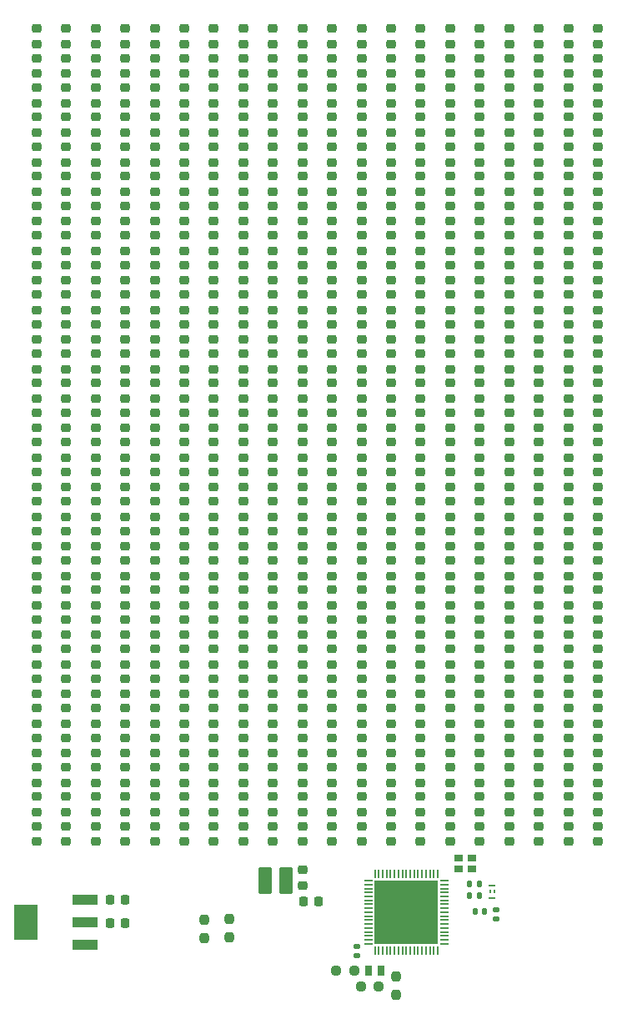
<source format=gtp>
%TF.GenerationSoftware,KiCad,Pcbnew,9.0.1*%
%TF.CreationDate,2025-10-31T14:17:25-04:00*%
%TF.ProjectId,main_display_board,6d61696e-5f64-4697-9370-6c61795f626f,rev?*%
%TF.SameCoordinates,Original*%
%TF.FileFunction,Paste,Top*%
%TF.FilePolarity,Positive*%
%FSLAX46Y46*%
G04 Gerber Fmt 4.6, Leading zero omitted, Abs format (unit mm)*
G04 Created by KiCad (PCBNEW 9.0.1) date 2025-10-31 14:17:25*
%MOMM*%
%LPD*%
G01*
G04 APERTURE LIST*
G04 Aperture macros list*
%AMRoundRect*
0 Rectangle with rounded corners*
0 $1 Rounding radius*
0 $2 $3 $4 $5 $6 $7 $8 $9 X,Y pos of 4 corners*
0 Add a 4 corners polygon primitive as box body*
4,1,4,$2,$3,$4,$5,$6,$7,$8,$9,$2,$3,0*
0 Add four circle primitives for the rounded corners*
1,1,$1+$1,$2,$3*
1,1,$1+$1,$4,$5*
1,1,$1+$1,$6,$7*
1,1,$1+$1,$8,$9*
0 Add four rect primitives between the rounded corners*
20,1,$1+$1,$2,$3,$4,$5,0*
20,1,$1+$1,$4,$5,$6,$7,0*
20,1,$1+$1,$6,$7,$8,$9,0*
20,1,$1+$1,$8,$9,$2,$3,0*%
G04 Aperture macros list end*
%ADD10C,0.000000*%
%ADD11RoundRect,0.218750X0.256250X-0.218750X0.256250X0.218750X-0.256250X0.218750X-0.256250X-0.218750X0*%
%ADD12RoundRect,0.225000X0.225000X0.250000X-0.225000X0.250000X-0.225000X-0.250000X0.225000X-0.250000X0*%
%ADD13R,2.500000X1.100000*%
%ADD14R,2.340000X3.600000*%
%ADD15R,0.711200X0.279400*%
%ADD16R,0.254000X0.457200*%
%ADD17RoundRect,0.225000X-0.225000X-0.250000X0.225000X-0.250000X0.225000X0.250000X-0.225000X0.250000X0*%
%ADD18RoundRect,0.237500X0.250000X0.237500X-0.250000X0.237500X-0.250000X-0.237500X0.250000X-0.237500X0*%
%ADD19RoundRect,0.147500X-0.147500X-0.172500X0.147500X-0.172500X0.147500X0.172500X-0.147500X0.172500X0*%
%ADD20RoundRect,0.237500X0.237500X-0.250000X0.237500X0.250000X-0.237500X0.250000X-0.237500X-0.250000X0*%
%ADD21RoundRect,0.140000X-0.170000X0.140000X-0.170000X-0.140000X0.170000X-0.140000X0.170000X0.140000X0*%
%ADD22R,0.800000X1.000000*%
%ADD23RoundRect,0.140000X0.140000X0.170000X-0.140000X0.170000X-0.140000X-0.170000X0.140000X-0.170000X0*%
%ADD24R,0.900000X0.800000*%
%ADD25RoundRect,0.249999X0.450001X1.100001X-0.450001X1.100001X-0.450001X-1.100001X0.450001X-1.100001X0*%
%ADD26RoundRect,0.140000X-0.140000X-0.170000X0.140000X-0.170000X0.140000X0.170000X-0.140000X0.170000X0*%
%ADD27RoundRect,0.218750X-0.256250X0.218750X-0.256250X-0.218750X0.256250X-0.218750X0.256250X0.218750X0*%
%ADD28R,0.203200X0.812800*%
%ADD29R,0.812800X0.203200*%
%ADD30R,6.502400X6.502400*%
G04 APERTURE END LIST*
D10*
%TO.C,U3*%
G36*
X87574280Y-129974280D02*
G01*
X86473800Y-129974280D01*
X86473800Y-128873800D01*
X87574280Y-128873800D01*
X87574280Y-129974280D01*
G37*
G36*
X87574280Y-131274760D02*
G01*
X86473800Y-131274760D01*
X86473800Y-130174280D01*
X87574280Y-130174280D01*
X87574280Y-131274760D01*
G37*
G36*
X87574280Y-132575240D02*
G01*
X86473800Y-132575240D01*
X86473800Y-131474760D01*
X87574280Y-131474760D01*
X87574280Y-132575240D01*
G37*
G36*
X87574280Y-133875720D02*
G01*
X86473800Y-133875720D01*
X86473800Y-132775240D01*
X87574280Y-132775240D01*
X87574280Y-133875720D01*
G37*
G36*
X87574280Y-135176200D02*
G01*
X86473800Y-135176200D01*
X86473800Y-134075720D01*
X87574280Y-134075720D01*
X87574280Y-135176200D01*
G37*
G36*
X88874760Y-129974280D02*
G01*
X87774280Y-129974280D01*
X87774280Y-128873800D01*
X88874760Y-128873800D01*
X88874760Y-129974280D01*
G37*
G36*
X88874760Y-131274760D02*
G01*
X87774280Y-131274760D01*
X87774280Y-130174280D01*
X88874760Y-130174280D01*
X88874760Y-131274760D01*
G37*
G36*
X88874760Y-132575240D02*
G01*
X87774280Y-132575240D01*
X87774280Y-131474760D01*
X88874760Y-131474760D01*
X88874760Y-132575240D01*
G37*
G36*
X88874760Y-133875720D02*
G01*
X87774280Y-133875720D01*
X87774280Y-132775240D01*
X88874760Y-132775240D01*
X88874760Y-133875720D01*
G37*
G36*
X88874760Y-135176200D02*
G01*
X87774280Y-135176200D01*
X87774280Y-134075720D01*
X88874760Y-134075720D01*
X88874760Y-135176200D01*
G37*
G36*
X90175240Y-129974280D02*
G01*
X89074760Y-129974280D01*
X89074760Y-128873800D01*
X90175240Y-128873800D01*
X90175240Y-129974280D01*
G37*
G36*
X90175240Y-131274760D02*
G01*
X89074760Y-131274760D01*
X89074760Y-130174280D01*
X90175240Y-130174280D01*
X90175240Y-131274760D01*
G37*
G36*
X90175240Y-132575240D02*
G01*
X89074760Y-132575240D01*
X89074760Y-131474760D01*
X90175240Y-131474760D01*
X90175240Y-132575240D01*
G37*
G36*
X90175240Y-133875720D02*
G01*
X89074760Y-133875720D01*
X89074760Y-132775240D01*
X90175240Y-132775240D01*
X90175240Y-133875720D01*
G37*
G36*
X90175240Y-135176200D02*
G01*
X89074760Y-135176200D01*
X89074760Y-134075720D01*
X90175240Y-134075720D01*
X90175240Y-135176200D01*
G37*
G36*
X91475720Y-129974280D02*
G01*
X90375240Y-129974280D01*
X90375240Y-128873800D01*
X91475720Y-128873800D01*
X91475720Y-129974280D01*
G37*
G36*
X91475720Y-131274760D02*
G01*
X90375240Y-131274760D01*
X90375240Y-130174280D01*
X91475720Y-130174280D01*
X91475720Y-131274760D01*
G37*
G36*
X91475720Y-132575240D02*
G01*
X90375240Y-132575240D01*
X90375240Y-131474760D01*
X91475720Y-131474760D01*
X91475720Y-132575240D01*
G37*
G36*
X91475720Y-133875720D02*
G01*
X90375240Y-133875720D01*
X90375240Y-132775240D01*
X91475720Y-132775240D01*
X91475720Y-133875720D01*
G37*
G36*
X91475720Y-135176200D02*
G01*
X90375240Y-135176200D01*
X90375240Y-134075720D01*
X91475720Y-134075720D01*
X91475720Y-135176200D01*
G37*
G36*
X92776200Y-129974280D02*
G01*
X91675720Y-129974280D01*
X91675720Y-128873800D01*
X92776200Y-128873800D01*
X92776200Y-129974280D01*
G37*
G36*
X92776200Y-131274760D02*
G01*
X91675720Y-131274760D01*
X91675720Y-130174280D01*
X92776200Y-130174280D01*
X92776200Y-131274760D01*
G37*
G36*
X92776200Y-132575240D02*
G01*
X91675720Y-132575240D01*
X91675720Y-131474760D01*
X92776200Y-131474760D01*
X92776200Y-132575240D01*
G37*
G36*
X92776200Y-133875720D02*
G01*
X91675720Y-133875720D01*
X91675720Y-132775240D01*
X92776200Y-132775240D01*
X92776200Y-133875720D01*
G37*
G36*
X92776200Y-135176200D02*
G01*
X91675720Y-135176200D01*
X91675720Y-134075720D01*
X92776200Y-134075720D01*
X92776200Y-135176200D01*
G37*
%TD*%
D11*
%TO.C,REF\u002A\u002A5*%
X58075000Y-46875000D03*
X58075000Y-45300000D03*
%TD*%
%TO.C,REF\u002A\u002A43*%
X52075000Y-49875000D03*
X52075000Y-48300000D03*
%TD*%
%TO.C,REF\u002A\u002A136*%
X73075000Y-61875000D03*
X73075000Y-60300000D03*
%TD*%
%TO.C,REF\u002A\u002A327*%
X58075000Y-91875000D03*
X58075000Y-90300000D03*
%TD*%
%TO.C,REF\u002A\u002A340*%
X79075000Y-91875000D03*
X79075000Y-90300000D03*
%TD*%
%TO.C,REF\u002A\u002A313*%
X100075000Y-88875000D03*
X100075000Y-87300000D03*
%TD*%
%TO.C,REF\u002A\u002A405*%
X58075000Y-106875000D03*
X58075000Y-105300000D03*
%TD*%
%TO.C,REF\u002A\u002A27*%
X88075000Y-43875000D03*
X88075000Y-42300000D03*
%TD*%
%TO.C,REF\u002A\u002A318*%
X109075000Y-88875000D03*
X109075000Y-87300000D03*
%TD*%
%TO.C,REF\u002A\u002A512*%
X97075000Y-115875000D03*
X97075000Y-114300000D03*
%TD*%
%TO.C,REF\u002A\u002A464*%
X85075000Y-109875000D03*
X85075000Y-108300000D03*
%TD*%
%TO.C,REF\u002A\u002A164*%
X55075000Y-67875000D03*
X55075000Y-66300000D03*
%TD*%
%TO.C,REF\u002A\u002A528*%
X61075000Y-121875000D03*
X61075000Y-120300000D03*
%TD*%
%TO.C,REF\u002A\u002A295*%
X70075000Y-85875000D03*
X70075000Y-84300000D03*
%TD*%
%TO.C,REF\u002A\u002A18*%
X79075000Y-46875000D03*
X79075000Y-45300000D03*
%TD*%
%TO.C,REF\u002A\u002A309*%
X94075000Y-88875000D03*
X94075000Y-87300000D03*
%TD*%
%TO.C,REF\u002A\u002A8*%
X61075000Y-43875000D03*
X61075000Y-42300000D03*
%TD*%
%TO.C,REF\u002A\u002A266*%
X91075000Y-82875000D03*
X91075000Y-81300000D03*
%TD*%
%TO.C,REF\u002A\u002A270*%
X97075000Y-82875000D03*
X97075000Y-81300000D03*
%TD*%
%TO.C,REF\u002A\u002A524*%
X55075000Y-121875000D03*
X55075000Y-120300000D03*
%TD*%
%TO.C,REF\u002A\u002A75*%
X100075000Y-49875000D03*
X100075000Y-48300000D03*
%TD*%
%TO.C,REF\u002A\u002A143*%
X82075000Y-61875000D03*
X82075000Y-60300000D03*
%TD*%
%TO.C,REF\u002A\u002A50*%
X67075000Y-52875000D03*
X67075000Y-51300000D03*
%TD*%
%TO.C,REF\u002A\u002A268*%
X91075000Y-79875000D03*
X91075000Y-78300000D03*
%TD*%
%TO.C,REF\u002A\u002A228*%
X91075000Y-73875000D03*
X91075000Y-72300000D03*
%TD*%
%TO.C,REF\u002A\u002A379*%
X76075000Y-97875000D03*
X76075000Y-96300000D03*
%TD*%
%TO.C,REF\u002A\u002A337*%
X76075000Y-94875000D03*
X76075000Y-93300000D03*
%TD*%
%TO.C,REF\u002A\u002A209*%
X64075000Y-76875000D03*
X64075000Y-75300000D03*
%TD*%
%TO.C,REF\u002A\u002A86*%
X61075000Y-58875000D03*
X61075000Y-57300000D03*
%TD*%
%TO.C,REF\u002A\u002A517*%
X106075000Y-118875000D03*
X106075000Y-117300000D03*
%TD*%
%TO.C,REF\u002A\u002A173*%
X70075000Y-70875000D03*
X70075000Y-69300000D03*
%TD*%
%TO.C,REF\u002A\u002A251*%
X64075000Y-79875000D03*
X64075000Y-78300000D03*
%TD*%
%TO.C,REF\u002A\u002A409*%
X64075000Y-106875000D03*
X64075000Y-105300000D03*
%TD*%
%TO.C,REF\u002A\u002A415*%
X70075000Y-103875000D03*
X70075000Y-102300000D03*
%TD*%
%TO.C,REF\u002A\u002A508*%
X91075000Y-115875000D03*
X91075000Y-114300000D03*
%TD*%
%TO.C,REF\u002A\u002A254*%
X73075000Y-82875000D03*
X73075000Y-81300000D03*
%TD*%
%TO.C,REF\u002A\u002A34*%
X103075000Y-46875000D03*
X103075000Y-45300000D03*
%TD*%
%TO.C,REF\u002A\u002A463*%
X82075000Y-109875000D03*
X82075000Y-108300000D03*
%TD*%
%TO.C,REF\u002A\u002A128*%
X61075000Y-61875000D03*
X61075000Y-60300000D03*
%TD*%
%TO.C,REF\u002A\u002A269*%
X94075000Y-82875000D03*
X94075000Y-81300000D03*
%TD*%
%TO.C,REF\u002A\u002A468*%
X91075000Y-109875000D03*
X91075000Y-108300000D03*
%TD*%
%TO.C,REF\u002A\u002A208*%
X61075000Y-73875000D03*
X61075000Y-72300000D03*
%TD*%
%TO.C,REF\u002A\u002A354*%
X103075000Y-94875000D03*
X103075000Y-93300000D03*
%TD*%
%TO.C,REF\u002A\u002A191*%
X94075000Y-67875000D03*
X94075000Y-66300000D03*
%TD*%
%TO.C,REF\u002A\u002A391*%
X94075000Y-97875000D03*
X94075000Y-96300000D03*
%TD*%
%TO.C,REF\u002A\u002A348*%
X91075000Y-91875000D03*
X91075000Y-90300000D03*
%TD*%
D12*
%TO.C,C18*%
X80700000Y-130950000D03*
X79150000Y-130950000D03*
%TD*%
D11*
%TO.C,REF\u002A\u002A204*%
X55075000Y-73875000D03*
X55075000Y-72300000D03*
%TD*%
%TO.C,REF\u002A\u002A504*%
X85075000Y-115875000D03*
X85075000Y-114300000D03*
%TD*%
%TO.C,REF\u002A\u002A535*%
X70075000Y-121875000D03*
X70075000Y-120300000D03*
%TD*%
%TO.C,REF\u002A\u002A300*%
X79075000Y-85875000D03*
X79075000Y-84300000D03*
%TD*%
%TO.C,REF\u002A\u002A134*%
X73075000Y-64875000D03*
X73075000Y-63300000D03*
%TD*%
%TO.C,REF\u002A\u002A448*%
X61075000Y-109875000D03*
X61075000Y-108300000D03*
%TD*%
%TO.C,REF\u002A\u002A118*%
X109075000Y-58875000D03*
X109075000Y-57300000D03*
%TD*%
%TO.C,REF\u002A\u002A533*%
X70075000Y-124875000D03*
X70075000Y-123300000D03*
%TD*%
%TO.C,REF\u002A\u002A453*%
X70075000Y-112875000D03*
X70075000Y-111300000D03*
%TD*%
%TO.C,REF\u002A\u002A352*%
X97075000Y-91875000D03*
X97075000Y-90300000D03*
%TD*%
%TO.C,REF\u002A\u002A514*%
X103075000Y-118875000D03*
X103075000Y-117300000D03*
%TD*%
%TO.C,REF\u002A\u002A23*%
X82075000Y-43875000D03*
X82075000Y-42300000D03*
%TD*%
%TO.C,REF\u002A\u002A511*%
X94075000Y-115875000D03*
X94075000Y-114300000D03*
%TD*%
%TO.C,REF\u002A\u002A454*%
X73075000Y-112875000D03*
X73075000Y-111300000D03*
%TD*%
%TO.C,REF\u002A\u002A162*%
X55075000Y-70875000D03*
X55075000Y-69300000D03*
%TD*%
%TO.C,REF\u002A\u002A444*%
X55075000Y-109875000D03*
X55075000Y-108300000D03*
%TD*%
%TO.C,REF\u002A\u002A434*%
X103075000Y-106875000D03*
X103075000Y-105300000D03*
%TD*%
%TO.C,REF\u002A\u002A390*%
X97075000Y-100875000D03*
X97075000Y-99300000D03*
%TD*%
%TO.C,REF\u002A\u002A99*%
X76075000Y-55875000D03*
X76075000Y-54300000D03*
%TD*%
%TO.C,REF\u002A\u002A243*%
X52075000Y-79875000D03*
X52075000Y-78300000D03*
%TD*%
%TO.C,REF\u002A\u002A410*%
X67075000Y-106875000D03*
X67075000Y-105300000D03*
%TD*%
%TO.C,REF\u002A\u002A98*%
X79075000Y-58875000D03*
X79075000Y-57300000D03*
%TD*%
%TO.C,REF\u002A\u002A180*%
X79075000Y-67875000D03*
X79075000Y-66300000D03*
%TD*%
%TO.C,REF\u002A\u002A239*%
X106075000Y-73875000D03*
X106075000Y-72300000D03*
%TD*%
%TO.C,REF\u002A\u002A224*%
X85075000Y-73875000D03*
X85075000Y-72300000D03*
%TD*%
%TO.C,REF\u002A\u002A46*%
X61075000Y-52875000D03*
X61075000Y-51300000D03*
%TD*%
%TO.C,REF\u002A\u002A276*%
X103075000Y-79875000D03*
X103075000Y-78300000D03*
%TD*%
%TO.C,REF\u002A\u002A186*%
X91075000Y-70875000D03*
X91075000Y-69300000D03*
%TD*%
%TO.C,REF\u002A\u002A114*%
X103075000Y-58875000D03*
X103075000Y-57300000D03*
%TD*%
%TO.C,REF\u002A\u002A413*%
X70075000Y-106875000D03*
X70075000Y-105300000D03*
%TD*%
%TO.C,REF\u002A\u002A446*%
X61075000Y-112875000D03*
X61075000Y-111300000D03*
%TD*%
%TO.C,REF\u002A\u002A79*%
X106075000Y-49875000D03*
X106075000Y-48300000D03*
%TD*%
%TO.C,REF\u002A\u002A52*%
X67075000Y-49875000D03*
X67075000Y-48300000D03*
%TD*%
%TO.C,REF\u002A\u002A185*%
X88075000Y-70875000D03*
X88075000Y-69300000D03*
%TD*%
%TO.C,REF\u002A\u002A290*%
X67075000Y-88875000D03*
X67075000Y-87300000D03*
%TD*%
%TO.C,REF\u002A\u002A393*%
X100075000Y-100875000D03*
X100075000Y-99300000D03*
%TD*%
%TO.C,REF\u002A\u002A233*%
X100075000Y-76875000D03*
X100075000Y-75300000D03*
%TD*%
%TO.C,REF\u002A\u002A234*%
X103075000Y-76875000D03*
X103075000Y-75300000D03*
%TD*%
%TO.C,REF\u002A\u002A282*%
X55075000Y-88875000D03*
X55075000Y-87300000D03*
%TD*%
%TO.C,REF\u002A\u002A457*%
X76075000Y-112875000D03*
X76075000Y-111300000D03*
%TD*%
%TO.C,REF\u002A\u002A31*%
X94075000Y-43875000D03*
X94075000Y-42300000D03*
%TD*%
%TO.C,REF\u002A\u002A48*%
X61075000Y-49875000D03*
X61075000Y-48300000D03*
%TD*%
%TO.C,REF\u002A\u002A124*%
X55075000Y-61875000D03*
X55075000Y-60300000D03*
%TD*%
%TO.C,REF\u002A\u002A492*%
X67075000Y-115875000D03*
X67075000Y-114300000D03*
%TD*%
%TO.C,REF\u002A\u002A367*%
X58075000Y-97875000D03*
X58075000Y-96300000D03*
%TD*%
%TO.C,REF\u002A\u002A170*%
X67075000Y-70875000D03*
X67075000Y-69300000D03*
%TD*%
%TO.C,REF\u002A\u002A329*%
X64075000Y-94875000D03*
X64075000Y-93300000D03*
%TD*%
%TO.C,REF\u002A\u002A472*%
X97075000Y-109875000D03*
X97075000Y-108300000D03*
%TD*%
%TO.C,REF\u002A\u002A179*%
X76075000Y-67875000D03*
X76075000Y-66300000D03*
%TD*%
%TO.C,REF\u002A\u002A241*%
X52075000Y-82875000D03*
X52075000Y-81300000D03*
%TD*%
%TO.C,REF\u002A\u002A452*%
X67075000Y-109875000D03*
X67075000Y-108300000D03*
%TD*%
%TO.C,REF\u002A\u002A123*%
X52075000Y-61875000D03*
X52075000Y-60300000D03*
%TD*%
%TO.C,REF\u002A\u002A429*%
X94075000Y-106875000D03*
X94075000Y-105300000D03*
%TD*%
%TO.C,REF\u002A\u002A112*%
X97075000Y-55875000D03*
X97075000Y-54300000D03*
%TD*%
%TO.C,REF\u002A\u002A365*%
X58075000Y-100875000D03*
X58075000Y-99300000D03*
%TD*%
%TO.C,REF\u002A\u002A211*%
X64075000Y-73875000D03*
X64075000Y-72300000D03*
%TD*%
%TO.C,REF\u002A\u002A304*%
X85075000Y-85875000D03*
X85075000Y-84300000D03*
%TD*%
%TO.C,REF\u002A\u002A176*%
X73075000Y-67875000D03*
X73075000Y-66300000D03*
%TD*%
%TO.C,REF\u002A\u002A349*%
X94075000Y-94875000D03*
X94075000Y-93300000D03*
%TD*%
%TO.C,REF\u002A\u002A206*%
X61075000Y-76875000D03*
X61075000Y-75300000D03*
%TD*%
%TO.C,REF\u002A\u002A291*%
X64075000Y-85875000D03*
X64075000Y-84300000D03*
%TD*%
%TO.C,REF\u002A\u002A411*%
X64075000Y-103875000D03*
X64075000Y-102300000D03*
%TD*%
%TO.C,REF\u002A\u002A484*%
X55075000Y-115875000D03*
X55075000Y-114300000D03*
%TD*%
%TO.C,REF\u002A\u002A265*%
X88075000Y-82875000D03*
X88075000Y-81300000D03*
%TD*%
%TO.C,REF\u002A\u002A13*%
X70075000Y-46875000D03*
X70075000Y-45300000D03*
%TD*%
%TO.C,REF\u002A\u002A538*%
X79075000Y-124875000D03*
X79075000Y-123300000D03*
%TD*%
D13*
%TO.C,VR_MCU1*%
X56970000Y-135350000D03*
X56970000Y-133050000D03*
X56970000Y-130750000D03*
D14*
X51030000Y-133050000D03*
%TD*%
D11*
%TO.C,REF\u002A\u002A368*%
X61075000Y-97875000D03*
X61075000Y-96300000D03*
%TD*%
%TO.C,REF\u002A\u002A500*%
X79075000Y-115875000D03*
X79075000Y-114300000D03*
%TD*%
%TO.C,REF\u002A\u002A421*%
X82075000Y-106875000D03*
X82075000Y-105300000D03*
%TD*%
%TO.C,REF\u002A\u002A230*%
X97075000Y-76875000D03*
X97075000Y-75300000D03*
%TD*%
%TO.C,REF\u002A\u002A129*%
X64075000Y-64875000D03*
X64075000Y-63300000D03*
%TD*%
%TO.C,REF\u002A\u002A59*%
X76075000Y-49875000D03*
X76075000Y-48300000D03*
%TD*%
%TO.C,REF\u002A\u002A549*%
X94075000Y-124875000D03*
X94075000Y-123300000D03*
%TD*%
%TO.C,REF\u002A\u002A56*%
X73075000Y-49875000D03*
X73075000Y-48300000D03*
%TD*%
%TO.C,REF\u002A\u002A342*%
X85075000Y-94875000D03*
X85075000Y-93300000D03*
%TD*%
%TO.C,REF\u002A\u002A192*%
X97075000Y-67875000D03*
X97075000Y-66300000D03*
%TD*%
%TO.C,REF\u002A\u002A181*%
X82075000Y-70875000D03*
X82075000Y-69300000D03*
%TD*%
%TO.C,REF\u002A\u002A145*%
X88075000Y-64875000D03*
X88075000Y-63300000D03*
%TD*%
D15*
%TO.C,LPF_1*%
X98346400Y-130559600D03*
D16*
X98117800Y-129950000D03*
D15*
X98346400Y-129340400D03*
D16*
X98575000Y-129950000D03*
%TD*%
D11*
%TO.C,REF\u002A\u002A175*%
X70075000Y-67875000D03*
X70075000Y-66300000D03*
%TD*%
%TO.C,REF\u002A\u002A556*%
X103075000Y-121875000D03*
X103075000Y-120300000D03*
%TD*%
%TO.C,REF\u002A\u002A287*%
X58075000Y-85875000D03*
X58075000Y-84300000D03*
%TD*%
%TO.C,REF\u002A\u002A144*%
X85075000Y-61875000D03*
X85075000Y-60300000D03*
%TD*%
%TO.C,REF\u002A\u002A203*%
X52075000Y-73875000D03*
X52075000Y-72300000D03*
%TD*%
%TO.C,REF\u002A\u002A473*%
X100075000Y-112875000D03*
X100075000Y-111300000D03*
%TD*%
%TO.C,REF\u002A\u002A132*%
X67075000Y-61875000D03*
X67075000Y-60300000D03*
%TD*%
%TO.C,REF\u002A\u002A534*%
X73075000Y-124875000D03*
X73075000Y-123300000D03*
%TD*%
%TO.C,REF\u002A\u002A242*%
X55075000Y-82875000D03*
X55075000Y-81300000D03*
%TD*%
%TO.C,REF\u002A\u002A432*%
X97075000Y-103875000D03*
X97075000Y-102300000D03*
%TD*%
%TO.C,REF\u002A\u002A439*%
X106075000Y-103875000D03*
X106075000Y-102300000D03*
%TD*%
%TO.C,REF\u002A\u002A67*%
X88075000Y-49875000D03*
X88075000Y-48300000D03*
%TD*%
%TO.C,REF\u002A\u002A526*%
X61075000Y-124875000D03*
X61075000Y-123300000D03*
%TD*%
%TO.C,REF\u002A\u002A40*%
X109075000Y-43875000D03*
X109075000Y-42300000D03*
%TD*%
%TO.C,REF\u002A\u002A257*%
X76075000Y-82875000D03*
X76075000Y-81300000D03*
%TD*%
%TO.C,REF\u002A\u002A127*%
X58075000Y-61875000D03*
X58075000Y-60300000D03*
%TD*%
%TO.C,REF\u002A\u002A530*%
X67075000Y-124875000D03*
X67075000Y-123300000D03*
%TD*%
%TO.C,REF\u002A\u002A331*%
X64075000Y-91875000D03*
X64075000Y-90300000D03*
%TD*%
%TO.C,REF\u002A\u002A341*%
X82075000Y-94875000D03*
X82075000Y-93300000D03*
%TD*%
%TO.C,REF\u002A\u002A395*%
X100075000Y-97875000D03*
X100075000Y-96300000D03*
%TD*%
%TO.C,REF\u002A\u002A302*%
X85075000Y-88875000D03*
X85075000Y-87300000D03*
%TD*%
%TO.C,REF\u002A\u002A370*%
X67075000Y-100875000D03*
X67075000Y-99300000D03*
%TD*%
%TO.C,REF\u002A\u002A344*%
X85075000Y-91875000D03*
X85075000Y-90300000D03*
%TD*%
%TO.C,REF\u002A\u002A193*%
X100075000Y-70875000D03*
X100075000Y-69300000D03*
%TD*%
%TO.C,REF\u002A\u002A171*%
X64075000Y-67875000D03*
X64075000Y-66300000D03*
%TD*%
%TO.C,REF\u002A\u002A525*%
X58075000Y-124875000D03*
X58075000Y-123300000D03*
%TD*%
%TO.C,REF\u002A\u002A384*%
X85075000Y-97875000D03*
X85075000Y-96300000D03*
%TD*%
%TO.C,REF\u002A\u002A246*%
X61075000Y-82875000D03*
X61075000Y-81300000D03*
%TD*%
%TO.C,REF\u002A\u002A84*%
X55075000Y-55875000D03*
X55075000Y-54300000D03*
%TD*%
%TO.C,REF\u002A\u002A198*%
X109075000Y-70875000D03*
X109075000Y-69300000D03*
%TD*%
%TO.C,REF\u002A\u002A159*%
X106075000Y-61875000D03*
X106075000Y-60300000D03*
%TD*%
%TO.C,REF\u002A\u002A520*%
X109075000Y-115875000D03*
X109075000Y-114300000D03*
%TD*%
%TO.C,REF\u002A\u002A93*%
X70075000Y-58875000D03*
X70075000Y-57300000D03*
%TD*%
%TO.C,REF\u002A\u002A187*%
X88075000Y-67875000D03*
X88075000Y-66300000D03*
%TD*%
%TO.C,REF\u002A\u002A303*%
X82075000Y-85875000D03*
X82075000Y-84300000D03*
%TD*%
%TO.C,REF\u002A\u002A412*%
X67075000Y-103875000D03*
X67075000Y-102300000D03*
%TD*%
%TO.C,REF\u002A\u002A20*%
X79075000Y-43875000D03*
X79075000Y-42300000D03*
%TD*%
%TO.C,REF\u002A\u002A443*%
X52075000Y-109875000D03*
X52075000Y-108300000D03*
%TD*%
%TO.C,REF\u002A\u002A61*%
X82075000Y-52875000D03*
X82075000Y-51300000D03*
%TD*%
%TO.C,REF\u002A\u002A399*%
X106075000Y-97875000D03*
X106075000Y-96300000D03*
%TD*%
%TO.C,REF\u002A\u002A210*%
X67075000Y-76875000D03*
X67075000Y-75300000D03*
%TD*%
D17*
%TO.C,C7*%
X59525000Y-130800000D03*
X61075000Y-130800000D03*
%TD*%
D11*
%TO.C,REF\u002A\u002A169*%
X64075000Y-70875000D03*
X64075000Y-69300000D03*
%TD*%
%TO.C,REF\u002A\u002A85*%
X58075000Y-58875000D03*
X58075000Y-57300000D03*
%TD*%
%TO.C,REF\u002A\u002A376*%
X73075000Y-97875000D03*
X73075000Y-96300000D03*
%TD*%
%TO.C,REF\u002A\u002A316*%
X103075000Y-85875000D03*
X103075000Y-84300000D03*
%TD*%
%TO.C,REF\u002A\u002A104*%
X85075000Y-55875000D03*
X85075000Y-54300000D03*
%TD*%
%TO.C,REF\u002A\u002A451*%
X64075000Y-109875000D03*
X64075000Y-108300000D03*
%TD*%
%TO.C,REF\u002A\u002A71*%
X94075000Y-49875000D03*
X94075000Y-48300000D03*
%TD*%
%TO.C,REF\u002A\u002A358*%
X109075000Y-94875000D03*
X109075000Y-93300000D03*
%TD*%
D18*
%TO.C,C10*%
X84337500Y-137977865D03*
X82512500Y-137977865D03*
%TD*%
D11*
%TO.C,REF\u002A\u002A202*%
X55075000Y-76875000D03*
X55075000Y-75300000D03*
%TD*%
%TO.C,REF\u002A\u002A377*%
X76075000Y-100875000D03*
X76075000Y-99300000D03*
%TD*%
%TO.C,REF\u002A\u002A388*%
X91075000Y-97875000D03*
X91075000Y-96300000D03*
%TD*%
%TO.C,REF\u002A\u002A499*%
X76075000Y-115875000D03*
X76075000Y-114300000D03*
%TD*%
%TO.C,REF\u002A\u002A546*%
X91075000Y-124875000D03*
X91075000Y-123300000D03*
%TD*%
%TO.C,REF\u002A\u002A470*%
X97075000Y-112875000D03*
X97075000Y-111300000D03*
%TD*%
%TO.C,REF\u002A\u002A87*%
X58075000Y-55875000D03*
X58075000Y-54300000D03*
%TD*%
%TO.C,REF\u002A\u002A218*%
X79075000Y-76875000D03*
X79075000Y-75300000D03*
%TD*%
%TO.C,REF\u002A\u002A165*%
X58075000Y-70875000D03*
X58075000Y-69300000D03*
%TD*%
%TO.C,REF\u002A\u002A469*%
X94075000Y-112875000D03*
X94075000Y-111300000D03*
%TD*%
%TO.C,REF\u002A\u002A261*%
X82075000Y-82875000D03*
X82075000Y-81300000D03*
%TD*%
%TO.C,REF\u002A\u002A397*%
X106075000Y-100875000D03*
X106075000Y-99300000D03*
%TD*%
%TO.C,REF\u002A\u002A523*%
X52075000Y-121875000D03*
X52075000Y-120300000D03*
%TD*%
%TO.C,REF\u002A\u002A539*%
X76075000Y-121875000D03*
X76075000Y-120300000D03*
%TD*%
%TO.C,REF\u002A\u002A24*%
X85075000Y-43875000D03*
X85075000Y-42300000D03*
%TD*%
%TO.C,REF\u002A\u002A68*%
X91075000Y-49875000D03*
X91075000Y-48300000D03*
%TD*%
%TO.C,REF\u002A\u002A315*%
X100075000Y-85875000D03*
X100075000Y-84300000D03*
%TD*%
%TO.C,REF\u002A\u002A369*%
X64075000Y-100875000D03*
X64075000Y-99300000D03*
%TD*%
%TO.C,REF\u002A\u002A537*%
X76075000Y-124875000D03*
X76075000Y-123300000D03*
%TD*%
%TO.C,REF\u002A\u002A140*%
X79075000Y-61875000D03*
X79075000Y-60300000D03*
%TD*%
%TO.C,REF\u002A\u002A529*%
X64075000Y-124875000D03*
X64075000Y-123300000D03*
%TD*%
D19*
%TO.C,L3*%
X96625000Y-131987500D03*
X97595000Y-131987500D03*
%TD*%
D11*
%TO.C,REF\u002A\u002A197*%
X106075000Y-70875000D03*
X106075000Y-69300000D03*
%TD*%
%TO.C,REF\u002A\u002A213*%
X70075000Y-76875000D03*
X70075000Y-75300000D03*
%TD*%
%TO.C,REF\u002A\u002A220*%
X79075000Y-73875000D03*
X79075000Y-72300000D03*
%TD*%
%TO.C,REF\u002A\u002A157*%
X106075000Y-64875000D03*
X106075000Y-63300000D03*
%TD*%
%TO.C,REF\u002A\u002A305*%
X88075000Y-88875000D03*
X88075000Y-87300000D03*
%TD*%
%TO.C,REF\u002A\u002A297*%
X76075000Y-88875000D03*
X76075000Y-87300000D03*
%TD*%
%TO.C,REF\u002A\u002A324*%
X55075000Y-91875000D03*
X55075000Y-90300000D03*
%TD*%
%TO.C,REF\u002A\u002A458*%
X79075000Y-112875000D03*
X79075000Y-111300000D03*
%TD*%
%TO.C,REF\u002A\u002A285*%
X58075000Y-88875000D03*
X58075000Y-87300000D03*
%TD*%
D20*
%TO.C,Rn1*%
X88600000Y-140412500D03*
X88600000Y-138587500D03*
%TD*%
D11*
%TO.C,REF\u002A\u002A495*%
X70075000Y-115875000D03*
X70075000Y-114300000D03*
%TD*%
%TO.C,REF\u002A\u002A422*%
X85075000Y-106875000D03*
X85075000Y-105300000D03*
%TD*%
%TO.C,REF\u002A\u002A49*%
X64075000Y-52875000D03*
X64075000Y-51300000D03*
%TD*%
%TO.C,REF\u002A\u002A262*%
X85075000Y-82875000D03*
X85075000Y-81300000D03*
%TD*%
%TO.C,REF\u002A\u002A440*%
X109075000Y-103875000D03*
X109075000Y-102300000D03*
%TD*%
%TO.C,REF\u002A\u002A45*%
X58075000Y-52875000D03*
X58075000Y-51300000D03*
%TD*%
%TO.C,REF\u002A\u002A247*%
X58075000Y-79875000D03*
X58075000Y-78300000D03*
%TD*%
%TO.C,REF\u002A\u002A226*%
X91075000Y-76875000D03*
X91075000Y-75300000D03*
%TD*%
%TO.C,REF\u002A\u002A184*%
X85075000Y-67875000D03*
X85075000Y-66300000D03*
%TD*%
%TO.C,REF\u002A\u002A441*%
X52075000Y-112875000D03*
X52075000Y-111300000D03*
%TD*%
%TO.C,REF\u002A\u002A167*%
X58075000Y-67875000D03*
X58075000Y-66300000D03*
%TD*%
%TO.C,REF\u002A\u002A155*%
X100075000Y-61875000D03*
X100075000Y-60300000D03*
%TD*%
%TO.C,REF\u002A\u002A26*%
X91075000Y-46875000D03*
X91075000Y-45300000D03*
%TD*%
%TO.C,REF\u002A\u002A10*%
X67075000Y-46875000D03*
X67075000Y-45300000D03*
%TD*%
%TO.C,REF\u002A\u002A482*%
X55075000Y-118875000D03*
X55075000Y-117300000D03*
%TD*%
%TO.C,REF\u002A\u002A221*%
X82075000Y-76875000D03*
X82075000Y-75300000D03*
%TD*%
%TO.C,REF\u002A\u002A205*%
X58075000Y-76875000D03*
X58075000Y-75300000D03*
%TD*%
%TO.C,REF\u002A\u002A353*%
X100075000Y-94875000D03*
X100075000Y-93300000D03*
%TD*%
%TO.C,REF\u002A\u002A373*%
X70075000Y-100875000D03*
X70075000Y-99300000D03*
%TD*%
%TO.C,REF\u002A\u002A550*%
X97075000Y-124875000D03*
X97075000Y-123300000D03*
%TD*%
%TO.C,REF\u002A\u002A519*%
X106075000Y-115875000D03*
X106075000Y-114300000D03*
%TD*%
%TO.C,REF\u002A\u002A531*%
X64075000Y-121875000D03*
X64075000Y-120300000D03*
%TD*%
%TO.C,REF\u002A\u002A64*%
X85075000Y-49875000D03*
X85075000Y-48300000D03*
%TD*%
%TO.C,REF\u002A\u002A146*%
X91075000Y-64875000D03*
X91075000Y-63300000D03*
%TD*%
%TO.C,REF\u002A\u002A100*%
X79075000Y-55875000D03*
X79075000Y-54300000D03*
%TD*%
%TO.C,REF\u002A\u002A222*%
X85075000Y-76875000D03*
X85075000Y-75300000D03*
%TD*%
%TO.C,REF\u002A\u002A425*%
X88075000Y-106875000D03*
X88075000Y-105300000D03*
%TD*%
%TO.C,REF\u002A\u002A3*%
X52075000Y-43875000D03*
X52075000Y-42300000D03*
%TD*%
%TO.C,REF\u002A\u002A260*%
X79075000Y-79875000D03*
X79075000Y-78300000D03*
%TD*%
%TO.C,REF\u002A\u002A151*%
X94075000Y-61875000D03*
X94075000Y-60300000D03*
%TD*%
%TO.C,REF\u002A\u002A461*%
X82075000Y-112875000D03*
X82075000Y-111300000D03*
%TD*%
%TO.C,REF\u002A\u002A474*%
X103075000Y-112875000D03*
X103075000Y-111300000D03*
%TD*%
%TO.C,REF\u002A\u002A347*%
X88075000Y-91875000D03*
X88075000Y-90300000D03*
%TD*%
D21*
%TO.C,C12*%
X98775000Y-131750000D03*
X98775000Y-132710000D03*
%TD*%
D11*
%TO.C,REF\u002A\u002A312*%
X97075000Y-85875000D03*
X97075000Y-84300000D03*
%TD*%
%TO.C,REF\u002A\u002A111*%
X94075000Y-55875000D03*
X94075000Y-54300000D03*
%TD*%
%TO.C,REF\u002A\u002A106*%
X91075000Y-58875000D03*
X91075000Y-57300000D03*
%TD*%
%TO.C,REF\u002A\u002A149*%
X94075000Y-64875000D03*
X94075000Y-63300000D03*
%TD*%
%TO.C,REF\u002A\u002A19*%
X76075000Y-43875000D03*
X76075000Y-42300000D03*
%TD*%
%TO.C,REF\u002A\u002A39*%
X106075000Y-43875000D03*
X106075000Y-42300000D03*
%TD*%
%TO.C,REF\u002A\u002A475*%
X100075000Y-109875000D03*
X100075000Y-108300000D03*
%TD*%
%TO.C,REF\u002A\u002A476*%
X103075000Y-109875000D03*
X103075000Y-108300000D03*
%TD*%
%TO.C,REF\u002A\u002A465*%
X88075000Y-112875000D03*
X88075000Y-111300000D03*
%TD*%
%TO.C,REF\u002A\u002A542*%
X85075000Y-124875000D03*
X85075000Y-123300000D03*
%TD*%
%TO.C,REF\u002A\u002A42*%
X55075000Y-52875000D03*
X55075000Y-51300000D03*
%TD*%
%TO.C,REF\u002A\u002A333*%
X70075000Y-94875000D03*
X70075000Y-93300000D03*
%TD*%
%TO.C,REF\u002A\u002A317*%
X106075000Y-88875000D03*
X106075000Y-87300000D03*
%TD*%
%TO.C,REF\u002A\u002A437*%
X106075000Y-106875000D03*
X106075000Y-105300000D03*
%TD*%
%TO.C,REF\u002A\u002A516*%
X103075000Y-115875000D03*
X103075000Y-114300000D03*
%TD*%
%TO.C,REF\u002A\u002A462*%
X85075000Y-112875000D03*
X85075000Y-111300000D03*
%TD*%
%TO.C,REF\u002A\u002A445*%
X58075000Y-112875000D03*
X58075000Y-111300000D03*
%TD*%
%TO.C,REF\u002A\u002A513*%
X100075000Y-118875000D03*
X100075000Y-117300000D03*
%TD*%
%TO.C,REF\u002A\u002A427*%
X88075000Y-103875000D03*
X88075000Y-102300000D03*
%TD*%
%TO.C,REF\u002A\u002A30*%
X97075000Y-46875000D03*
X97075000Y-45300000D03*
%TD*%
%TO.C,REF\u002A\u002A392*%
X97075000Y-97875000D03*
X97075000Y-96300000D03*
%TD*%
%TO.C,REF\u002A\u002A174*%
X73075000Y-70875000D03*
X73075000Y-69300000D03*
%TD*%
%TO.C,REF\u002A\u002A33*%
X100075000Y-46875000D03*
X100075000Y-45300000D03*
%TD*%
%TO.C,REF\u002A\u002A460*%
X79075000Y-109875000D03*
X79075000Y-108300000D03*
%TD*%
%TO.C,REF\u002A\u002A518*%
X109075000Y-118875000D03*
X109075000Y-117300000D03*
%TD*%
%TO.C,REF\u002A\u002A54*%
X73075000Y-52875000D03*
X73075000Y-51300000D03*
%TD*%
%TO.C,REF\u002A\u002A325*%
X58075000Y-94875000D03*
X58075000Y-93300000D03*
%TD*%
%TO.C,REF\u002A\u002A116*%
X103075000Y-55875000D03*
X103075000Y-54300000D03*
%TD*%
%TO.C,REF\u002A\u002A178*%
X79075000Y-70875000D03*
X79075000Y-69300000D03*
%TD*%
%TO.C,REF\u002A\u002A245*%
X58075000Y-82875000D03*
X58075000Y-81300000D03*
%TD*%
%TO.C,REF\u002A\u002A505*%
X88075000Y-118875000D03*
X88075000Y-117300000D03*
%TD*%
%TO.C,REF\u002A\u002A280*%
X109075000Y-79875000D03*
X109075000Y-78300000D03*
%TD*%
%TO.C,REF\u002A\u002A189*%
X94075000Y-70875000D03*
X94075000Y-69300000D03*
%TD*%
%TO.C,REF\u002A\u002A323*%
X52075000Y-91875000D03*
X52075000Y-90300000D03*
%TD*%
%TO.C,REF\u002A\u002A277*%
X106075000Y-82875000D03*
X106075000Y-81300000D03*
%TD*%
%TO.C,REF\u002A\u002A406*%
X61075000Y-106875000D03*
X61075000Y-105300000D03*
%TD*%
%TO.C,REF\u002A\u002A430*%
X97075000Y-106875000D03*
X97075000Y-105300000D03*
%TD*%
%TO.C,REF\u002A\u002A481*%
X52075000Y-118875000D03*
X52075000Y-117300000D03*
%TD*%
%TO.C,REF\u002A\u002A256*%
X73075000Y-79875000D03*
X73075000Y-78300000D03*
%TD*%
%TO.C,REF\u002A\u002A32*%
X97075000Y-43875000D03*
X97075000Y-42300000D03*
%TD*%
%TO.C,REF\u002A\u002A466*%
X91075000Y-112875000D03*
X91075000Y-111300000D03*
%TD*%
%TO.C,REF\u002A\u002A335*%
X70075000Y-91875000D03*
X70075000Y-90300000D03*
%TD*%
%TO.C,REF\u002A\u002A147*%
X88075000Y-61875000D03*
X88075000Y-60300000D03*
%TD*%
%TO.C,REF\u002A\u002A488*%
X61075000Y-115875000D03*
X61075000Y-114300000D03*
%TD*%
D22*
%TO.C,X1*%
X87025000Y-137977865D03*
X85825000Y-137977865D03*
%TD*%
D11*
%TO.C,REF\u002A\u002A387*%
X88075000Y-97875000D03*
X88075000Y-96300000D03*
%TD*%
%TO.C,REF\u002A\u002A83*%
X52075000Y-55875000D03*
X52075000Y-54300000D03*
%TD*%
%TO.C,REF\u002A\u002A389*%
X94075000Y-100875000D03*
X94075000Y-99300000D03*
%TD*%
%TO.C,REF\u002A\u002A330*%
X67075000Y-94875000D03*
X67075000Y-93300000D03*
%TD*%
%TO.C,REF\u002A\u002A194*%
X103075000Y-70875000D03*
X103075000Y-69300000D03*
%TD*%
%TO.C,REF\u002A\u002A148*%
X91075000Y-61875000D03*
X91075000Y-60300000D03*
%TD*%
%TO.C,REF\u002A\u002A442*%
X55075000Y-112875000D03*
X55075000Y-111300000D03*
%TD*%
%TO.C,REF\u002A\u002A386*%
X91075000Y-100875000D03*
X91075000Y-99300000D03*
%TD*%
%TO.C,REF\u002A\u002A416*%
X73075000Y-103875000D03*
X73075000Y-102300000D03*
%TD*%
%TO.C,REF\u002A\u002A237*%
X106075000Y-76875000D03*
X106075000Y-75300000D03*
%TD*%
D18*
%TO.C,C11*%
X86825000Y-139577865D03*
X85000000Y-139577865D03*
%TD*%
D11*
%TO.C,REF\u002A\u002A60*%
X79075000Y-49875000D03*
X79075000Y-48300000D03*
%TD*%
%TO.C,REF\u002A\u002A238*%
X109075000Y-76875000D03*
X109075000Y-75300000D03*
%TD*%
%TO.C,REF\u002A\u002A11*%
X64075000Y-43875000D03*
X64075000Y-42300000D03*
%TD*%
%TO.C,REF\u002A\u002A491*%
X64075000Y-115875000D03*
X64075000Y-114300000D03*
%TD*%
%TO.C,REF\u002A\u002A361*%
X52075000Y-100875000D03*
X52075000Y-99300000D03*
%TD*%
%TO.C,REF\u002A\u002A372*%
X67075000Y-97875000D03*
X67075000Y-96300000D03*
%TD*%
%TO.C,REF\u002A\u002A137*%
X76075000Y-64875000D03*
X76075000Y-63300000D03*
%TD*%
%TO.C,REF\u002A\u002A77*%
X106075000Y-52875000D03*
X106075000Y-51300000D03*
%TD*%
%TO.C,REF\u002A\u002A366*%
X61075000Y-100875000D03*
X61075000Y-99300000D03*
%TD*%
%TO.C,REF\u002A\u002A74*%
X103075000Y-52875000D03*
X103075000Y-51300000D03*
%TD*%
%TO.C,REF\u002A\u002A166*%
X61075000Y-70875000D03*
X61075000Y-69300000D03*
%TD*%
%TO.C,REF\u002A\u002A408*%
X61075000Y-103875000D03*
X61075000Y-102300000D03*
%TD*%
%TO.C,REF\u002A\u002A37*%
X106075000Y-46875000D03*
X106075000Y-45300000D03*
%TD*%
%TO.C,REF\u002A\u002A489*%
X64075000Y-118875000D03*
X64075000Y-117300000D03*
%TD*%
%TO.C,REF\u002A\u002A293*%
X70075000Y-88875000D03*
X70075000Y-87300000D03*
%TD*%
%TO.C,REF\u002A\u002A486*%
X61075000Y-118875000D03*
X61075000Y-117300000D03*
%TD*%
%TO.C,REF\u002A\u002A483*%
X52075000Y-115875000D03*
X52075000Y-114300000D03*
%TD*%
%TO.C,REF\u002A\u002A467*%
X88075000Y-109875000D03*
X88075000Y-108300000D03*
%TD*%
%TO.C,REF\u002A\u002A76*%
X103075000Y-49875000D03*
X103075000Y-48300000D03*
%TD*%
%TO.C,REF\u002A\u002A183*%
X82075000Y-67875000D03*
X82075000Y-66300000D03*
%TD*%
%TO.C,REF\u002A\u002A314*%
X103075000Y-88875000D03*
X103075000Y-87300000D03*
%TD*%
%TO.C,REF\u002A\u002A424*%
X85075000Y-103875000D03*
X85075000Y-102300000D03*
%TD*%
%TO.C,REF\u002A\u002A160*%
X109075000Y-61875000D03*
X109075000Y-60300000D03*
%TD*%
%TO.C,REF\u002A\u002A360*%
X109075000Y-91875000D03*
X109075000Y-90300000D03*
%TD*%
%TO.C,REF\u002A\u002A275*%
X100075000Y-79875000D03*
X100075000Y-78300000D03*
%TD*%
%TO.C,REF\u002A\u002A125*%
X58075000Y-64875000D03*
X58075000Y-63300000D03*
%TD*%
%TO.C,REF\u002A\u002A22*%
X85075000Y-46875000D03*
X85075000Y-45300000D03*
%TD*%
%TO.C,REF\u002A\u002A62*%
X85075000Y-52875000D03*
X85075000Y-51300000D03*
%TD*%
%TO.C,REF\u002A\u002A120*%
X109075000Y-55875000D03*
X109075000Y-54300000D03*
%TD*%
%TO.C,REF\u002A\u002A182*%
X85075000Y-70875000D03*
X85075000Y-69300000D03*
%TD*%
%TO.C,REF\u002A\u002A108*%
X91075000Y-55875000D03*
X91075000Y-54300000D03*
%TD*%
%TO.C,REF\u002A\u002A311*%
X94075000Y-85875000D03*
X94075000Y-84300000D03*
%TD*%
%TO.C,REF\u002A\u002A433*%
X100075000Y-106875000D03*
X100075000Y-105300000D03*
%TD*%
%TO.C,REF\u002A\u002A501*%
X82075000Y-118875000D03*
X82075000Y-117300000D03*
%TD*%
%TO.C,REF\u002A\u002A47*%
X58075000Y-49875000D03*
X58075000Y-48300000D03*
%TD*%
%TO.C,REF\u002A\u002A383*%
X82075000Y-97875000D03*
X82075000Y-96300000D03*
%TD*%
%TO.C,REF\u002A\u002A227*%
X88075000Y-73875000D03*
X88075000Y-72300000D03*
%TD*%
%TO.C,REF\u002A\u002A510*%
X97075000Y-118875000D03*
X97075000Y-117300000D03*
%TD*%
%TO.C,REF\u002A\u002A380*%
X79075000Y-97875000D03*
X79075000Y-96300000D03*
%TD*%
%TO.C,REF\u002A\u002A326*%
X61075000Y-94875000D03*
X61075000Y-93300000D03*
%TD*%
%TO.C,REF\u002A\u002A14*%
X73075000Y-46875000D03*
X73075000Y-45300000D03*
%TD*%
%TO.C,REF\u002A\u002A35*%
X100075000Y-43875000D03*
X100075000Y-42300000D03*
%TD*%
%TO.C,REF\u002A\u002A235*%
X100075000Y-73875000D03*
X100075000Y-72300000D03*
%TD*%
%TO.C,REF\u002A\u002A554*%
X103075000Y-124875000D03*
X103075000Y-123300000D03*
%TD*%
%TO.C,REF\u002A\u002A6*%
X61075000Y-46875000D03*
X61075000Y-45300000D03*
%TD*%
%TO.C,REF\u002A\u002A69*%
X94075000Y-52875000D03*
X94075000Y-51300000D03*
%TD*%
%TO.C,REF\u002A\u002A248*%
X61075000Y-79875000D03*
X61075000Y-78300000D03*
%TD*%
%TO.C,REF\u002A\u002A91*%
X64075000Y-55875000D03*
X64075000Y-54300000D03*
%TD*%
%TO.C,REF\u002A\u002A477*%
X106075000Y-112875000D03*
X106075000Y-111300000D03*
%TD*%
%TO.C,REF\u002A\u002A96*%
X73075000Y-55875000D03*
X73075000Y-54300000D03*
%TD*%
%TO.C,REF\u002A\u002A497*%
X76075000Y-118875000D03*
X76075000Y-117300000D03*
%TD*%
%TO.C,REF\u002A\u002A371*%
X64075000Y-97875000D03*
X64075000Y-96300000D03*
%TD*%
%TO.C,REF\u002A\u002A217*%
X76075000Y-76875000D03*
X76075000Y-75300000D03*
%TD*%
%TO.C,REF\u002A\u002A502*%
X85075000Y-118875000D03*
X85075000Y-117300000D03*
%TD*%
%TO.C,REF\u002A\u002A350*%
X97075000Y-94875000D03*
X97075000Y-93300000D03*
%TD*%
%TO.C,REF\u002A\u002A296*%
X73075000Y-85875000D03*
X73075000Y-84300000D03*
%TD*%
%TO.C,REF\u002A\u002A547*%
X88075000Y-121875000D03*
X88075000Y-120300000D03*
%TD*%
%TO.C,REF\u002A\u002A17*%
X76075000Y-46875000D03*
X76075000Y-45300000D03*
%TD*%
%TO.C,REF\u002A\u002A161*%
X52075000Y-70875000D03*
X52075000Y-69300000D03*
%TD*%
%TO.C,REF\u002A\u002A284*%
X55075000Y-85875000D03*
X55075000Y-84300000D03*
%TD*%
%TO.C,REF\u002A\u002A172*%
X67075000Y-67875000D03*
X67075000Y-66300000D03*
%TD*%
%TO.C,REF\u002A\u002A338*%
X79075000Y-94875000D03*
X79075000Y-93300000D03*
%TD*%
%TO.C,REF\u002A\u002A103*%
X82075000Y-55875000D03*
X82075000Y-54300000D03*
%TD*%
%TO.C,REF\u002A\u002A58*%
X79075000Y-52875000D03*
X79075000Y-51300000D03*
%TD*%
%TO.C,REF\u002A\u002A70*%
X97075000Y-52875000D03*
X97075000Y-51300000D03*
%TD*%
%TO.C,REF\u002A\u002A485*%
X58075000Y-118875000D03*
X58075000Y-117300000D03*
%TD*%
%TO.C,REF\u002A\u002A299*%
X76075000Y-85875000D03*
X76075000Y-84300000D03*
%TD*%
%TO.C,REF\u002A\u002A97*%
X76075000Y-58875000D03*
X76075000Y-57300000D03*
%TD*%
%TO.C,REF\u002A\u002A264*%
X85075000Y-79875000D03*
X85075000Y-78300000D03*
%TD*%
%TO.C,REF\u002A\u002A355*%
X100075000Y-91875000D03*
X100075000Y-90300000D03*
%TD*%
%TO.C,REF\u002A\u002A154*%
X103075000Y-64875000D03*
X103075000Y-63300000D03*
%TD*%
%TO.C,REF\u002A\u002A51*%
X64075000Y-49875000D03*
X64075000Y-48300000D03*
%TD*%
%TO.C,REF\u002A\u002A426*%
X91075000Y-106875000D03*
X91075000Y-105300000D03*
%TD*%
%TO.C,REF\u002A\u002A231*%
X94075000Y-73875000D03*
X94075000Y-72300000D03*
%TD*%
%TO.C,REF\u002A\u002A322*%
X55075000Y-94875000D03*
X55075000Y-93300000D03*
%TD*%
%TO.C,REF\u002A\u002A141*%
X82075000Y-64875000D03*
X82075000Y-63300000D03*
%TD*%
%TO.C,REF\u002A\u002A153*%
X100075000Y-64875000D03*
X100075000Y-63300000D03*
%TD*%
%TO.C,REF\u002A\u002A101*%
X82075000Y-58875000D03*
X82075000Y-57300000D03*
%TD*%
D23*
%TO.C,C15*%
X97025000Y-129177865D03*
X96065000Y-129177865D03*
%TD*%
D11*
%TO.C,REF\u002A\u002A81*%
X52075000Y-58875000D03*
X52075000Y-57300000D03*
%TD*%
%TO.C,REF\u002A\u002A249*%
X64075000Y-82875000D03*
X64075000Y-81300000D03*
%TD*%
D20*
%TO.C,Rn2*%
X71650000Y-134575000D03*
X71650000Y-132750000D03*
%TD*%
D11*
%TO.C,REF\u002A\u002A487*%
X58075000Y-115875000D03*
X58075000Y-114300000D03*
%TD*%
%TO.C,REF\u002A\u002A336*%
X73075000Y-91875000D03*
X73075000Y-90300000D03*
%TD*%
%TO.C,REF\u002A\u002A29*%
X94075000Y-46875000D03*
X94075000Y-45300000D03*
%TD*%
%TO.C,REF\u002A\u002A398*%
X109075000Y-100875000D03*
X109075000Y-99300000D03*
%TD*%
%TO.C,REF\u002A\u002A130*%
X67075000Y-64875000D03*
X67075000Y-63300000D03*
%TD*%
%TO.C,REF\u002A\u002A156*%
X103075000Y-61875000D03*
X103075000Y-60300000D03*
%TD*%
%TO.C,REF\u002A\u002A545*%
X88075000Y-124875000D03*
X88075000Y-123300000D03*
%TD*%
%TO.C,REF\u002A\u002A110*%
X97075000Y-58875000D03*
X97075000Y-57300000D03*
%TD*%
%TO.C,REF\u002A\u002A536*%
X73075000Y-121875000D03*
X73075000Y-120300000D03*
%TD*%
%TO.C,REF\u002A\u002A363*%
X52075000Y-97875000D03*
X52075000Y-96300000D03*
%TD*%
%TO.C,REF\u002A\u002A450*%
X67075000Y-112875000D03*
X67075000Y-111300000D03*
%TD*%
%TO.C,REF\u002A\u002A436*%
X103075000Y-103875000D03*
X103075000Y-102300000D03*
%TD*%
%TO.C,REF\u002A\u002A229*%
X94075000Y-76875000D03*
X94075000Y-75300000D03*
%TD*%
%TO.C,REF\u002A\u002A117*%
X106075000Y-58875000D03*
X106075000Y-57300000D03*
%TD*%
%TO.C,REF\u002A\u002A540*%
X79075000Y-121875000D03*
X79075000Y-120300000D03*
%TD*%
%TO.C,REF\u002A\u002A381*%
X82075000Y-100875000D03*
X82075000Y-99300000D03*
%TD*%
%TO.C,REF\u002A\u002A*%
X109075000Y-121875000D03*
X109075000Y-120300000D03*
%TD*%
%TO.C,REF\u002A\u002A271*%
X94075000Y-79875000D03*
X94075000Y-78300000D03*
%TD*%
%TO.C,REF\u002A\u002A126*%
X61075000Y-64875000D03*
X61075000Y-63300000D03*
%TD*%
%TO.C,REF\u002A\u002A102*%
X85075000Y-58875000D03*
X85075000Y-57300000D03*
%TD*%
%TO.C,REF\u002A\u002A196*%
X103075000Y-67875000D03*
X103075000Y-66300000D03*
%TD*%
%TO.C,REF\u002A\u002A431*%
X94075000Y-103875000D03*
X94075000Y-102300000D03*
%TD*%
%TO.C,REF\u002A\u002A493*%
X70075000Y-118875000D03*
X70075000Y-117300000D03*
%TD*%
%TO.C,REF\u002A\u002A420*%
X79075000Y-103875000D03*
X79075000Y-102300000D03*
%TD*%
%TO.C,REF\u002A\u002A551*%
X94075000Y-121875000D03*
X94075000Y-120300000D03*
%TD*%
%TO.C,REF\u002A\u002A63*%
X82075000Y-49875000D03*
X82075000Y-48300000D03*
%TD*%
%TO.C,REF\u002A\u002A94*%
X73075000Y-58875000D03*
X73075000Y-57300000D03*
%TD*%
%TO.C,REF\u002A\u002A490*%
X67075000Y-118875000D03*
X67075000Y-117300000D03*
%TD*%
%TO.C,REF\u002A\u002A382*%
X85075000Y-100875000D03*
X85075000Y-99300000D03*
%TD*%
%TO.C,REF\u002A\u002A362*%
X55075000Y-100875000D03*
X55075000Y-99300000D03*
%TD*%
%TO.C,REF\u002A\u002A82*%
X55075000Y-58875000D03*
X55075000Y-57300000D03*
%TD*%
%TO.C,REF\u002A\u002A177*%
X76075000Y-70875000D03*
X76075000Y-69300000D03*
%TD*%
%TO.C,REF\u002A\u002A89*%
X64075000Y-58875000D03*
X64075000Y-57300000D03*
%TD*%
%TO.C,REF\u002A\u002A109*%
X94075000Y-58875000D03*
X94075000Y-57300000D03*
%TD*%
%TO.C,REF\u002A\u002A92*%
X67075000Y-55875000D03*
X67075000Y-54300000D03*
%TD*%
%TO.C,REF\u002A\u002A131*%
X64075000Y-61875000D03*
X64075000Y-60300000D03*
%TD*%
%TO.C,REF\u002A\u002A135*%
X70075000Y-61875000D03*
X70075000Y-60300000D03*
%TD*%
%TO.C,REF\u002A\u002A418*%
X79075000Y-106875000D03*
X79075000Y-105300000D03*
%TD*%
%TO.C,REF\u002A\u002A152*%
X97075000Y-61875000D03*
X97075000Y-60300000D03*
%TD*%
%TO.C,REF\u002A\u002A240*%
X109075000Y-73875000D03*
X109075000Y-72300000D03*
%TD*%
%TO.C,REF\u002A\u002A351*%
X94075000Y-91875000D03*
X94075000Y-90300000D03*
%TD*%
%TO.C,REF\u002A\u002A294*%
X73075000Y-88875000D03*
X73075000Y-87300000D03*
%TD*%
%TO.C,REF\u002A\u002A105*%
X88075000Y-58875000D03*
X88075000Y-57300000D03*
%TD*%
%TO.C,REF\u002A\u002A515*%
X100075000Y-115875000D03*
X100075000Y-114300000D03*
%TD*%
%TO.C,REF\u002A\u002A142*%
X85075000Y-64875000D03*
X85075000Y-63300000D03*
%TD*%
%TO.C,REF\u002A\u002A407*%
X58075000Y-103875000D03*
X58075000Y-102300000D03*
%TD*%
D24*
%TO.C,X2*%
X94925000Y-127625000D03*
X96325000Y-127625000D03*
X96325000Y-126525000D03*
X94925000Y-126525000D03*
%TD*%
D11*
%TO.C,REF\u002A\u002A12*%
X67075000Y-43875000D03*
X67075000Y-42300000D03*
%TD*%
%TO.C,REF\u002A\u002A455*%
X70075000Y-109875000D03*
X70075000Y-108300000D03*
%TD*%
%TO.C,REF\u002A\u002A80*%
X109075000Y-49875000D03*
X109075000Y-48300000D03*
%TD*%
%TO.C,REF\u002A\u002A438*%
X109075000Y-106875000D03*
X109075000Y-105300000D03*
%TD*%
%TO.C,REF\u002A\u002A25*%
X88075000Y-46875000D03*
X88075000Y-45300000D03*
%TD*%
%TO.C,REF\u002A\u002A225*%
X88075000Y-76875000D03*
X88075000Y-75300000D03*
%TD*%
%TO.C,REF\u002A\u002A378*%
X79075000Y-100875000D03*
X79075000Y-99300000D03*
%TD*%
%TO.C,REF\u002A\u002A38*%
X109075000Y-46875000D03*
X109075000Y-45300000D03*
%TD*%
%TO.C,REF\u002A\u002A449*%
X64075000Y-112875000D03*
X64075000Y-111300000D03*
%TD*%
%TO.C,REF\u002A\u002A168*%
X61075000Y-67875000D03*
X61075000Y-66300000D03*
%TD*%
D21*
%TO.C,C5*%
X84625000Y-135497865D03*
X84625000Y-136457865D03*
%TD*%
D17*
%TO.C,C17*%
X59525000Y-133100000D03*
X61075000Y-133100000D03*
%TD*%
D11*
%TO.C,REF\u002A\u002A88*%
X61075000Y-55875000D03*
X61075000Y-54300000D03*
%TD*%
%TO.C,REF\u002A\u002A357*%
X106075000Y-94875000D03*
X106075000Y-93300000D03*
%TD*%
%TO.C,REF\u002A\u002A301*%
X82075000Y-88875000D03*
X82075000Y-87300000D03*
%TD*%
%TO.C,REF\u002A\u002A521*%
X52075000Y-124875000D03*
X52075000Y-123300000D03*
%TD*%
%TO.C,REF\u002A\u002A478*%
X109075000Y-112875000D03*
X109075000Y-111300000D03*
%TD*%
%TO.C,REF\u002A\u002A396*%
X103075000Y-97875000D03*
X103075000Y-96300000D03*
%TD*%
D25*
%TO.C,L1*%
X77400000Y-128800000D03*
X75300000Y-128800000D03*
%TD*%
D11*
%TO.C,REF\u002A\u002A9*%
X64075000Y-46875000D03*
X64075000Y-45300000D03*
%TD*%
%TO.C,REF\u002A\u002A394*%
X103075000Y-100875000D03*
X103075000Y-99300000D03*
%TD*%
%TO.C,REF\u002A\u002A199*%
X106075000Y-67875000D03*
X106075000Y-66300000D03*
%TD*%
%TO.C,REF\u002A\u002A55*%
X70075000Y-49875000D03*
X70075000Y-48300000D03*
%TD*%
%TO.C,REF\u002A\u002A190*%
X97075000Y-70875000D03*
X97075000Y-69300000D03*
%TD*%
%TO.C,REF\u002A\u002A188*%
X91075000Y-67875000D03*
X91075000Y-66300000D03*
%TD*%
%TO.C,REF\u002A\u002A272*%
X97075000Y-79875000D03*
X97075000Y-78300000D03*
%TD*%
%TO.C,REF\u002A\u002A417*%
X76075000Y-106875000D03*
X76075000Y-105300000D03*
%TD*%
%TO.C,REF\u002A\u002A72*%
X97075000Y-49875000D03*
X97075000Y-48300000D03*
%TD*%
%TO.C,REF\u002A\u002A555*%
X100075000Y-121875000D03*
X100075000Y-120300000D03*
%TD*%
%TO.C,REF\u002A\u002A150*%
X97075000Y-64875000D03*
X97075000Y-63300000D03*
%TD*%
%TO.C,REF\u002A\u002A435*%
X100075000Y-103875000D03*
X100075000Y-102300000D03*
%TD*%
%TO.C,REF\u002A\u002A403*%
X52075000Y-103875000D03*
X52075000Y-102300000D03*
%TD*%
%TO.C,REF\u002A\u002A308*%
X91075000Y-85875000D03*
X91075000Y-84300000D03*
%TD*%
%TO.C,REF\u002A\u002A250*%
X67075000Y-82875000D03*
X67075000Y-81300000D03*
%TD*%
%TO.C,REF\u002A\u002A236*%
X103075000Y-73875000D03*
X103075000Y-72300000D03*
%TD*%
%TO.C,REF\u002A\u002A244*%
X55075000Y-79875000D03*
X55075000Y-78300000D03*
%TD*%
%TO.C,REF\u002A\u002A356*%
X103075000Y-91875000D03*
X103075000Y-90300000D03*
%TD*%
%TO.C,REF\u002A\u002A28*%
X91075000Y-43875000D03*
X91075000Y-42300000D03*
%TD*%
%TO.C,REF\u002A\u002A307*%
X88075000Y-85875000D03*
X88075000Y-84300000D03*
%TD*%
%TO.C,REF\u002A\u002A212*%
X67075000Y-73875000D03*
X67075000Y-72300000D03*
%TD*%
%TO.C,REF\u002A\u002A306*%
X91075000Y-88875000D03*
X91075000Y-87300000D03*
%TD*%
%TO.C,REF\u002A\u002A279*%
X106075000Y-79875000D03*
X106075000Y-78300000D03*
%TD*%
%TO.C,REF\u002A\u002A459*%
X76075000Y-109875000D03*
X76075000Y-108300000D03*
%TD*%
%TO.C,REF\u002A\u002A320*%
X109075000Y-85875000D03*
X109075000Y-84300000D03*
%TD*%
%TO.C,REF\u002A\u002A374*%
X73075000Y-100875000D03*
X73075000Y-99300000D03*
%TD*%
%TO.C,REF\u002A\u002A506*%
X91075000Y-118875000D03*
X91075000Y-117300000D03*
%TD*%
%TO.C,REF\u002A\u002A288*%
X61075000Y-85875000D03*
X61075000Y-84300000D03*
%TD*%
%TO.C,REF\u002A\u002A2*%
X55075000Y-46875000D03*
X55075000Y-45300000D03*
%TD*%
%TO.C,REF\u002A\u002A73*%
X100075000Y-52875000D03*
X100075000Y-51300000D03*
%TD*%
%TO.C,REF\u002A\u002A263*%
X82075000Y-79875000D03*
X82075000Y-78300000D03*
%TD*%
%TO.C,REF\u002A\u002A319*%
X106075000Y-85875000D03*
X106075000Y-84300000D03*
%TD*%
%TO.C,REF\u002A\u002A41*%
X52075000Y-52875000D03*
X52075000Y-51300000D03*
%TD*%
%TO.C,REF\u002A\u002A78*%
X109075000Y-52875000D03*
X109075000Y-51300000D03*
%TD*%
%TO.C,REF\u002A\u002A321*%
X52075000Y-94875000D03*
X52075000Y-93300000D03*
%TD*%
%TO.C,REF\u002A\u002A414*%
X73075000Y-106875000D03*
X73075000Y-105300000D03*
%TD*%
%TO.C,REF\u002A\u002A15*%
X70075000Y-43875000D03*
X70075000Y-42300000D03*
%TD*%
%TO.C,REF\u002A\u002A163*%
X52075000Y-67875000D03*
X52075000Y-66300000D03*
%TD*%
%TO.C,REF\u002A\u002A278*%
X109075000Y-82875000D03*
X109075000Y-81300000D03*
%TD*%
%TO.C,REF\u002A\u002A346*%
X91075000Y-94875000D03*
X91075000Y-93300000D03*
%TD*%
%TO.C,REF\u002A\u002A36*%
X103075000Y-43875000D03*
X103075000Y-42300000D03*
%TD*%
%TO.C,REF\u002A\u002A107*%
X88075000Y-55875000D03*
X88075000Y-54300000D03*
%TD*%
%TO.C,REF\u002A\u002A507*%
X88075000Y-115875000D03*
X88075000Y-114300000D03*
%TD*%
%TO.C,REF\u002A\u002A274*%
X103075000Y-82875000D03*
X103075000Y-81300000D03*
%TD*%
%TO.C,REF\u002A\u002A119*%
X106075000Y-55875000D03*
X106075000Y-54300000D03*
%TD*%
%TO.C,REF\u002A\u002A*%
X106075000Y-124875000D03*
X106075000Y-123300000D03*
%TD*%
%TO.C,REF\u002A\u002A552*%
X97075000Y-121875000D03*
X97075000Y-120300000D03*
%TD*%
%TO.C,REF\u002A\u002A428*%
X91075000Y-103875000D03*
X91075000Y-102300000D03*
%TD*%
%TO.C,REF\u002A\u002A541*%
X82075000Y-124875000D03*
X82075000Y-123300000D03*
%TD*%
%TO.C,REF\u002A\u002A400*%
X109075000Y-97875000D03*
X109075000Y-96300000D03*
%TD*%
%TO.C,REF\u002A\u002A423*%
X82075000Y-103875000D03*
X82075000Y-102300000D03*
%TD*%
%TO.C,REF\u002A\u002A65*%
X88075000Y-52875000D03*
X88075000Y-51300000D03*
%TD*%
%TO.C,REF\u002A\u002A53*%
X70075000Y-52875000D03*
X70075000Y-51300000D03*
%TD*%
%TO.C,REF\u002A\u002A115*%
X100075000Y-55875000D03*
X100075000Y-54300000D03*
%TD*%
%TO.C,REF\u002A\u002A339*%
X76075000Y-91875000D03*
X76075000Y-90300000D03*
%TD*%
%TO.C,REF\u002A\u002A158*%
X109075000Y-64875000D03*
X109075000Y-63300000D03*
%TD*%
%TO.C,REF\u002A\u002A471*%
X94075000Y-109875000D03*
X94075000Y-108300000D03*
%TD*%
%TO.C,REF\u002A\u002A138*%
X79075000Y-64875000D03*
X79075000Y-63300000D03*
%TD*%
%TO.C,REF\u002A\u002A283*%
X52075000Y-85875000D03*
X52075000Y-84300000D03*
%TD*%
%TO.C,REF\u002A\u002A195*%
X100075000Y-67875000D03*
X100075000Y-66300000D03*
%TD*%
%TO.C,REF\u002A\u002A401*%
X52075000Y-106875000D03*
X52075000Y-105300000D03*
%TD*%
%TO.C,REF\u002A\u002A479*%
X106075000Y-109875000D03*
X106075000Y-108300000D03*
%TD*%
%TO.C,REF\u002A\u002A90*%
X67075000Y-58875000D03*
X67075000Y-57300000D03*
%TD*%
%TO.C,REF\u002A\u002A139*%
X76075000Y-61875000D03*
X76075000Y-60300000D03*
%TD*%
%TO.C,REF\u002A\u002A419*%
X76075000Y-103875000D03*
X76075000Y-102300000D03*
%TD*%
%TO.C,REF\u002A\u002A*%
X109075000Y-124875000D03*
X109075000Y-123300000D03*
%TD*%
%TO.C,REF\u002A\u002A255*%
X70075000Y-79875000D03*
X70075000Y-78300000D03*
%TD*%
%TO.C,REF\u002A\u002A522*%
X55075000Y-124875000D03*
X55075000Y-123300000D03*
%TD*%
%TO.C,REF\u002A\u002A289*%
X64075000Y-88875000D03*
X64075000Y-87300000D03*
%TD*%
%TO.C,REF\u002A\u002A1*%
X52075000Y-46875000D03*
X52075000Y-45300000D03*
%TD*%
%TO.C,REF\u002A\u002A252*%
X67075000Y-79875000D03*
X67075000Y-78300000D03*
%TD*%
%TO.C,REF\u002A\u002A57*%
X76075000Y-52875000D03*
X76075000Y-51300000D03*
%TD*%
%TO.C,REF\u002A\u002A133*%
X70075000Y-64875000D03*
X70075000Y-63300000D03*
%TD*%
%TO.C,REF\u002A\u002A253*%
X70075000Y-82875000D03*
X70075000Y-81300000D03*
%TD*%
%TO.C,REF\u002A\u002A95*%
X70075000Y-55875000D03*
X70075000Y-54300000D03*
%TD*%
%TO.C,REF\u002A\u002A214*%
X73075000Y-76875000D03*
X73075000Y-75300000D03*
%TD*%
%TO.C,REF\u002A\u002A503*%
X82075000Y-115875000D03*
X82075000Y-114300000D03*
%TD*%
%TO.C,REF\u002A\u002A201*%
X52075000Y-76875000D03*
X52075000Y-75300000D03*
%TD*%
%TO.C,REF\u002A\u002A44*%
X55075000Y-49875000D03*
X55075000Y-48300000D03*
%TD*%
%TO.C,REF\u002A\u002A498*%
X79075000Y-118875000D03*
X79075000Y-117300000D03*
%TD*%
%TO.C,REF\u002A\u002A298*%
X79075000Y-88875000D03*
X79075000Y-87300000D03*
%TD*%
%TO.C,REF\u002A\u002A*%
X106075000Y-121875000D03*
X106075000Y-120300000D03*
%TD*%
%TO.C,REF\u002A\u002A21*%
X82075000Y-46875000D03*
X82075000Y-45300000D03*
%TD*%
D26*
%TO.C,C13*%
X96065000Y-130375000D03*
X97025000Y-130375000D03*
%TD*%
D11*
%TO.C,REF\u002A\u002A375*%
X70075000Y-97875000D03*
X70075000Y-96300000D03*
%TD*%
D20*
%TO.C,Rn3*%
X69150000Y-134625000D03*
X69150000Y-132800000D03*
%TD*%
D11*
%TO.C,REF\u002A\u002A310*%
X97075000Y-88875000D03*
X97075000Y-87300000D03*
%TD*%
%TO.C,REF\u002A\u002A509*%
X94075000Y-118875000D03*
X94075000Y-117300000D03*
%TD*%
%TO.C,REF\u002A\u002A447*%
X58075000Y-109875000D03*
X58075000Y-108300000D03*
%TD*%
%TO.C,REF\u002A\u002A122*%
X55075000Y-64875000D03*
X55075000Y-63300000D03*
%TD*%
%TO.C,REF\u002A\u002A66*%
X91075000Y-52875000D03*
X91075000Y-51300000D03*
%TD*%
%TO.C,REF\u002A\u002A219*%
X76075000Y-73875000D03*
X76075000Y-72300000D03*
%TD*%
%TO.C,REF\u002A\u002A7*%
X58075000Y-43875000D03*
X58075000Y-42300000D03*
%TD*%
D27*
%TO.C,L2*%
X79100000Y-127750000D03*
X79100000Y-129325000D03*
%TD*%
D11*
%TO.C,REF\u002A\u002A404*%
X55075000Y-103875000D03*
X55075000Y-102300000D03*
%TD*%
%TO.C,REF\u002A\u002A343*%
X82075000Y-91875000D03*
X82075000Y-90300000D03*
%TD*%
%TO.C,REF\u002A\u002A232*%
X97075000Y-73875000D03*
X97075000Y-72300000D03*
%TD*%
%TO.C,REF\u002A\u002A496*%
X73075000Y-115875000D03*
X73075000Y-114300000D03*
%TD*%
%TO.C,REF\u002A\u002A121*%
X52075000Y-64875000D03*
X52075000Y-63300000D03*
%TD*%
%TO.C,REF\u002A\u002A334*%
X73075000Y-94875000D03*
X73075000Y-93300000D03*
%TD*%
%TO.C,REF\u002A\u002A332*%
X67075000Y-91875000D03*
X67075000Y-90300000D03*
%TD*%
%TO.C,REF\u002A\u002A16*%
X73075000Y-43875000D03*
X73075000Y-42300000D03*
%TD*%
%TO.C,REF\u002A\u002A527*%
X58075000Y-121875000D03*
X58075000Y-120300000D03*
%TD*%
%TO.C,REF\u002A\u002A328*%
X61075000Y-91875000D03*
X61075000Y-90300000D03*
%TD*%
%TO.C,REF\u002A\u002A553*%
X100075000Y-124875000D03*
X100075000Y-123300000D03*
%TD*%
%TO.C,REF\u002A\u002A207*%
X58075000Y-73875000D03*
X58075000Y-72300000D03*
%TD*%
%TO.C,REF\u002A\u002A292*%
X67075000Y-85875000D03*
X67075000Y-84300000D03*
%TD*%
%TO.C,REF\u002A\u002A4*%
X55075000Y-43875000D03*
X55075000Y-42300000D03*
%TD*%
%TO.C,REF\u002A\u002A456*%
X73075000Y-109875000D03*
X73075000Y-108300000D03*
%TD*%
%TO.C,REF\u002A\u002A200*%
X109075000Y-67875000D03*
X109075000Y-66300000D03*
%TD*%
%TO.C,REF\u002A\u002A364*%
X55075000Y-97875000D03*
X55075000Y-96300000D03*
%TD*%
D28*
%TO.C,U3*%
X86425001Y-135898500D03*
X86825001Y-135898500D03*
X87225000Y-135898500D03*
X87624999Y-135898500D03*
X88025001Y-135898500D03*
X88425000Y-135898500D03*
X88824999Y-135898500D03*
X89225001Y-135898500D03*
X89625000Y-135898500D03*
X90024999Y-135898500D03*
X90425001Y-135898500D03*
X90825000Y-135898500D03*
X91224999Y-135898500D03*
X91624999Y-135898500D03*
X92025000Y-135898500D03*
X92424999Y-135898500D03*
X92824999Y-135898500D03*
D29*
X93498500Y-135224999D03*
X93498500Y-134824999D03*
X93498500Y-134425000D03*
X93498500Y-134024999D03*
X93498500Y-133624999D03*
X93498500Y-133225000D03*
X93498500Y-132825001D03*
X93498500Y-132424999D03*
X93498500Y-132025000D03*
X93498500Y-131625001D03*
X93498500Y-131224999D03*
X93498500Y-130825000D03*
X93498500Y-130425001D03*
X93498500Y-130025001D03*
X93498500Y-129625000D03*
X93498500Y-129225001D03*
X93498500Y-128825001D03*
D28*
X92824999Y-128151500D03*
X92424999Y-128151500D03*
X92025000Y-128151500D03*
X91624999Y-128151500D03*
X91224999Y-128151500D03*
X90825000Y-128151500D03*
X90425001Y-128151500D03*
X90024999Y-128151500D03*
X89625000Y-128151500D03*
X89225001Y-128151500D03*
X88824999Y-128151500D03*
X88425000Y-128151500D03*
X88025001Y-128151500D03*
X87625001Y-128151500D03*
X87225000Y-128151500D03*
X86825001Y-128151500D03*
X86425001Y-128151500D03*
D29*
X85751500Y-128825001D03*
X85751500Y-129225001D03*
X85751500Y-129625000D03*
X85751500Y-130025001D03*
X85751500Y-130425001D03*
X85751500Y-130825000D03*
X85751500Y-131224999D03*
X85751500Y-131625001D03*
X85751500Y-132025000D03*
X85751500Y-132424999D03*
X85751500Y-132825001D03*
X85751500Y-133225000D03*
X85751500Y-133624999D03*
X85751500Y-134024999D03*
X85751500Y-134425000D03*
X85751500Y-134824999D03*
X85751500Y-135224999D03*
D30*
X89625000Y-132025000D03*
%TD*%
D11*
%TO.C,REF\u002A\u002A532*%
X67075000Y-121875000D03*
X67075000Y-120300000D03*
%TD*%
%TO.C,REF\u002A\u002A215*%
X70075000Y-73875000D03*
X70075000Y-72300000D03*
%TD*%
%TO.C,REF\u002A\u002A223*%
X82075000Y-73875000D03*
X82075000Y-72300000D03*
%TD*%
%TO.C,REF\u002A\u002A267*%
X88075000Y-79875000D03*
X88075000Y-78300000D03*
%TD*%
%TO.C,REF\u002A\u002A385*%
X88075000Y-100875000D03*
X88075000Y-99300000D03*
%TD*%
%TO.C,REF\u002A\u002A273*%
X100075000Y-82875000D03*
X100075000Y-81300000D03*
%TD*%
%TO.C,REF\u002A\u002A359*%
X106075000Y-91875000D03*
X106075000Y-90300000D03*
%TD*%
%TO.C,REF\u002A\u002A259*%
X76075000Y-79875000D03*
X76075000Y-78300000D03*
%TD*%
%TO.C,REF\u002A\u002A548*%
X91075000Y-121875000D03*
X91075000Y-120300000D03*
%TD*%
%TO.C,REF\u002A\u002A216*%
X73075000Y-73875000D03*
X73075000Y-72300000D03*
%TD*%
%TO.C,REF\u002A\u002A281*%
X52075000Y-88875000D03*
X52075000Y-87300000D03*
%TD*%
%TO.C,REF\u002A\u002A543*%
X82075000Y-121875000D03*
X82075000Y-120300000D03*
%TD*%
%TO.C,REF\u002A\u002A286*%
X61075000Y-88875000D03*
X61075000Y-87300000D03*
%TD*%
%TO.C,REF\u002A\u002A480*%
X109075000Y-109875000D03*
X109075000Y-108300000D03*
%TD*%
%TO.C,REF\u002A\u002A402*%
X55075000Y-106875000D03*
X55075000Y-105300000D03*
%TD*%
%TO.C,REF\u002A\u002A345*%
X88075000Y-94875000D03*
X88075000Y-93300000D03*
%TD*%
%TO.C,REF\u002A\u002A544*%
X85075000Y-121875000D03*
X85075000Y-120300000D03*
%TD*%
%TO.C,REF\u002A\u002A258*%
X79075000Y-82875000D03*
X79075000Y-81300000D03*
%TD*%
%TO.C,REF\u002A\u002A494*%
X73075000Y-118875000D03*
X73075000Y-117300000D03*
%TD*%
%TO.C,REF\u002A\u002A113*%
X100075000Y-58875000D03*
X100075000Y-57300000D03*
%TD*%
M02*

</source>
